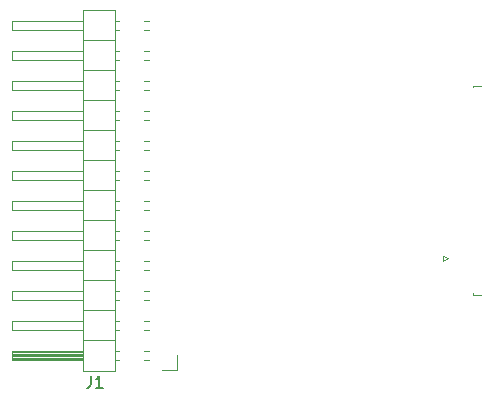
<source format=gbr>
%TF.GenerationSoftware,KiCad,Pcbnew,8.0.3-8.0.3-0~ubuntu23.10.1*%
%TF.CreationDate,2024-10-20T15:16:08-04:00*%
%TF.ProjectId,24Pin,32345069-6e2e-46b6-9963-61645f706362,rev?*%
%TF.SameCoordinates,Original*%
%TF.FileFunction,Legend,Top*%
%TF.FilePolarity,Positive*%
%FSLAX46Y46*%
G04 Gerber Fmt 4.6, Leading zero omitted, Abs format (unit mm)*
G04 Created by KiCad (PCBNEW 8.0.3-8.0.3-0~ubuntu23.10.1) date 2024-10-20 15:16:08*
%MOMM*%
%LPD*%
G01*
G04 APERTURE LIST*
%ADD10C,0.150000*%
%ADD11C,0.120000*%
%ADD12R,1.250000X0.300000*%
%ADD13R,3.000000X2.000000*%
%ADD14R,1.700000X1.700000*%
%ADD15O,1.700000X1.700000*%
G04 APERTURE END LIST*
D10*
X109661666Y-105699819D02*
X109661666Y-106414104D01*
X109661666Y-106414104D02*
X109614047Y-106556961D01*
X109614047Y-106556961D02*
X109518809Y-106652200D01*
X109518809Y-106652200D02*
X109375952Y-106699819D01*
X109375952Y-106699819D02*
X109280714Y-106699819D01*
X110661666Y-106699819D02*
X110090238Y-106699819D01*
X110375952Y-106699819D02*
X110375952Y-105699819D01*
X110375952Y-105699819D02*
X110280714Y-105842676D01*
X110280714Y-105842676D02*
X110185476Y-105937914D01*
X110185476Y-105937914D02*
X110090238Y-105985533D01*
D11*
%TO.C,J2*%
X139450000Y-95550000D02*
X139450000Y-95950000D01*
X139450000Y-95950000D02*
X139850000Y-95750000D01*
X139850000Y-95750000D02*
X139450000Y-95550000D01*
X142040000Y-81175000D02*
X142640000Y-81175000D01*
X142040000Y-81285000D02*
X142040000Y-81175000D01*
X142040000Y-98715000D02*
X142040000Y-98825000D01*
X142040000Y-98825000D02*
X142640000Y-98825000D01*
%TO.C,J1*%
X103010000Y-75655000D02*
X109010000Y-75655000D01*
X103010000Y-76415000D02*
X103010000Y-75655000D01*
X103010000Y-78195000D02*
X109010000Y-78195000D01*
X103010000Y-78955000D02*
X103010000Y-78195000D01*
X103010000Y-80735000D02*
X109010000Y-80735000D01*
X103010000Y-81495000D02*
X103010000Y-80735000D01*
X103010000Y-83275000D02*
X109010000Y-83275000D01*
X103010000Y-84035000D02*
X103010000Y-83275000D01*
X103010000Y-85815000D02*
X109010000Y-85815000D01*
X103010000Y-86575000D02*
X103010000Y-85815000D01*
X103010000Y-88355000D02*
X109010000Y-88355000D01*
X103010000Y-89115000D02*
X103010000Y-88355000D01*
X103010000Y-90895000D02*
X109010000Y-90895000D01*
X103010000Y-91655000D02*
X103010000Y-90895000D01*
X103010000Y-93435000D02*
X109010000Y-93435000D01*
X103010000Y-94195000D02*
X103010000Y-93435000D01*
X103010000Y-95975000D02*
X109010000Y-95975000D01*
X103010000Y-96735000D02*
X103010000Y-95975000D01*
X103010000Y-98515000D02*
X109010000Y-98515000D01*
X103010000Y-99275000D02*
X103010000Y-98515000D01*
X103010000Y-101055000D02*
X109010000Y-101055000D01*
X103010000Y-101815000D02*
X103010000Y-101055000D01*
X103010000Y-103595000D02*
X109010000Y-103595000D01*
X103010000Y-104355000D02*
X103010000Y-103595000D01*
X109010000Y-74705000D02*
X109010000Y-105305000D01*
X109010000Y-76415000D02*
X103010000Y-76415000D01*
X109010000Y-78955000D02*
X103010000Y-78955000D01*
X109010000Y-81495000D02*
X103010000Y-81495000D01*
X109010000Y-84035000D02*
X103010000Y-84035000D01*
X109010000Y-86575000D02*
X103010000Y-86575000D01*
X109010000Y-89115000D02*
X103010000Y-89115000D01*
X109010000Y-91655000D02*
X103010000Y-91655000D01*
X109010000Y-94195000D02*
X103010000Y-94195000D01*
X109010000Y-96735000D02*
X103010000Y-96735000D01*
X109010000Y-99275000D02*
X103010000Y-99275000D01*
X109010000Y-101815000D02*
X103010000Y-101815000D01*
X109010000Y-103695000D02*
X103010000Y-103695000D01*
X109010000Y-103815000D02*
X103010000Y-103815000D01*
X109010000Y-103935000D02*
X103010000Y-103935000D01*
X109010000Y-104055000D02*
X103010000Y-104055000D01*
X109010000Y-104175000D02*
X103010000Y-104175000D01*
X109010000Y-104295000D02*
X103010000Y-104295000D01*
X109010000Y-104355000D02*
X103010000Y-104355000D01*
X109010000Y-105305000D02*
X111670000Y-105305000D01*
X111670000Y-74705000D02*
X109010000Y-74705000D01*
X111670000Y-77305000D02*
X109010000Y-77305000D01*
X111670000Y-79845000D02*
X109010000Y-79845000D01*
X111670000Y-82385000D02*
X109010000Y-82385000D01*
X111670000Y-84925000D02*
X109010000Y-84925000D01*
X111670000Y-87465000D02*
X109010000Y-87465000D01*
X111670000Y-90005000D02*
X109010000Y-90005000D01*
X111670000Y-92545000D02*
X109010000Y-92545000D01*
X111670000Y-95085000D02*
X109010000Y-95085000D01*
X111670000Y-97625000D02*
X109010000Y-97625000D01*
X111670000Y-100165000D02*
X109010000Y-100165000D01*
X111670000Y-102705000D02*
X109010000Y-102705000D01*
X111670000Y-105305000D02*
X111670000Y-74705000D01*
X112067071Y-75655000D02*
X111670000Y-75655000D01*
X112067071Y-76415000D02*
X111670000Y-76415000D01*
X112067071Y-78195000D02*
X111670000Y-78195000D01*
X112067071Y-78955000D02*
X111670000Y-78955000D01*
X112067071Y-80735000D02*
X111670000Y-80735000D01*
X112067071Y-81495000D02*
X111670000Y-81495000D01*
X112067071Y-83275000D02*
X111670000Y-83275000D01*
X112067071Y-84035000D02*
X111670000Y-84035000D01*
X112067071Y-85815000D02*
X111670000Y-85815000D01*
X112067071Y-86575000D02*
X111670000Y-86575000D01*
X112067071Y-88355000D02*
X111670000Y-88355000D01*
X112067071Y-89115000D02*
X111670000Y-89115000D01*
X112067071Y-90895000D02*
X111670000Y-90895000D01*
X112067071Y-91655000D02*
X111670000Y-91655000D01*
X112067071Y-93435000D02*
X111670000Y-93435000D01*
X112067071Y-94195000D02*
X111670000Y-94195000D01*
X112067071Y-95975000D02*
X111670000Y-95975000D01*
X112067071Y-96735000D02*
X111670000Y-96735000D01*
X112067071Y-98515000D02*
X111670000Y-98515000D01*
X112067071Y-99275000D02*
X111670000Y-99275000D01*
X112067071Y-101055000D02*
X111670000Y-101055000D01*
X112067071Y-101815000D02*
X111670000Y-101815000D01*
X112067071Y-103595000D02*
X111670000Y-103595000D01*
X112067071Y-104355000D02*
X111670000Y-104355000D01*
X114540000Y-103595000D02*
X114152929Y-103595000D01*
X114540000Y-104355000D02*
X114152929Y-104355000D01*
X114607071Y-75655000D02*
X114152929Y-75655000D01*
X114607071Y-76415000D02*
X114152929Y-76415000D01*
X114607071Y-78195000D02*
X114152929Y-78195000D01*
X114607071Y-78955000D02*
X114152929Y-78955000D01*
X114607071Y-80735000D02*
X114152929Y-80735000D01*
X114607071Y-81495000D02*
X114152929Y-81495000D01*
X114607071Y-83275000D02*
X114152929Y-83275000D01*
X114607071Y-84035000D02*
X114152929Y-84035000D01*
X114607071Y-85815000D02*
X114152929Y-85815000D01*
X114607071Y-86575000D02*
X114152929Y-86575000D01*
X114607071Y-88355000D02*
X114152929Y-88355000D01*
X114607071Y-89115000D02*
X114152929Y-89115000D01*
X114607071Y-90895000D02*
X114152929Y-90895000D01*
X114607071Y-91655000D02*
X114152929Y-91655000D01*
X114607071Y-93435000D02*
X114152929Y-93435000D01*
X114607071Y-94195000D02*
X114152929Y-94195000D01*
X114607071Y-95975000D02*
X114152929Y-95975000D01*
X114607071Y-96735000D02*
X114152929Y-96735000D01*
X114607071Y-98515000D02*
X114152929Y-98515000D01*
X114607071Y-99275000D02*
X114152929Y-99275000D01*
X114607071Y-101055000D02*
X114152929Y-101055000D01*
X114607071Y-101815000D02*
X114152929Y-101815000D01*
X116920000Y-103975000D02*
X116920000Y-105245000D01*
X116920000Y-105245000D02*
X115650000Y-105245000D01*
%TD*%
%LPC*%
D12*
%TO.C,J2*%
X138650000Y-95750000D03*
X138650000Y-95250000D03*
X138650000Y-94750000D03*
X138650000Y-94250000D03*
X138650000Y-93750000D03*
X138650000Y-93250000D03*
X138650000Y-92750000D03*
X138650000Y-92250000D03*
X138650000Y-91750000D03*
X138650000Y-91250000D03*
X138650000Y-90750000D03*
X138650000Y-90250000D03*
X138650000Y-89750000D03*
X138650000Y-89250000D03*
X138650000Y-88750000D03*
X138650000Y-88250000D03*
X138650000Y-87750000D03*
X138650000Y-87250000D03*
X138650000Y-86750000D03*
X138650000Y-86250000D03*
X138650000Y-85750000D03*
X138650000Y-85250000D03*
X138650000Y-84750000D03*
X138650000Y-84250000D03*
D13*
X140975000Y-97290000D03*
X140975000Y-82710000D03*
%TD*%
D14*
%TO.C,J1*%
X115650000Y-103975000D03*
D15*
X113110000Y-103975000D03*
X115650000Y-101435000D03*
X113110000Y-101435000D03*
X115650000Y-98895000D03*
X113110000Y-98895000D03*
X115650000Y-96355000D03*
X113110000Y-96355000D03*
X115650000Y-93815000D03*
X113110000Y-93815000D03*
X115650000Y-91275000D03*
X113110000Y-91275000D03*
X115650000Y-88735000D03*
X113110000Y-88735000D03*
X115650000Y-86195000D03*
X113110000Y-86195000D03*
X115650000Y-83655000D03*
X113110000Y-83655000D03*
X115650000Y-81115000D03*
X113110000Y-81115000D03*
X115650000Y-78575000D03*
X113110000Y-78575000D03*
X115650000Y-76035000D03*
X113110000Y-76035000D03*
%TD*%
%LPD*%
M02*

</source>
